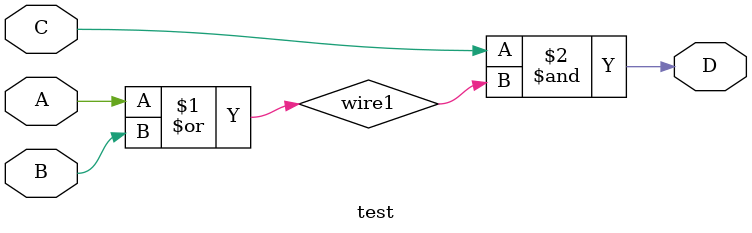
<source format=v>
`timescale 1ns / 1ps

module test
// begin module

// Define Input / Output ports
   (A,
    B,
    C,
    D);
    
// Define the ports functionality an
  input wire [0:0]A;
  input wire [0:0]B;
  input wire [0:0]C;
  output wire [0:0]D;
  
// Define internal vires
  wire wire1;
  
// Logic gates
  or(wire1,A,B);
  and(D,C,wire1);
  
endmodule //end module

</source>
